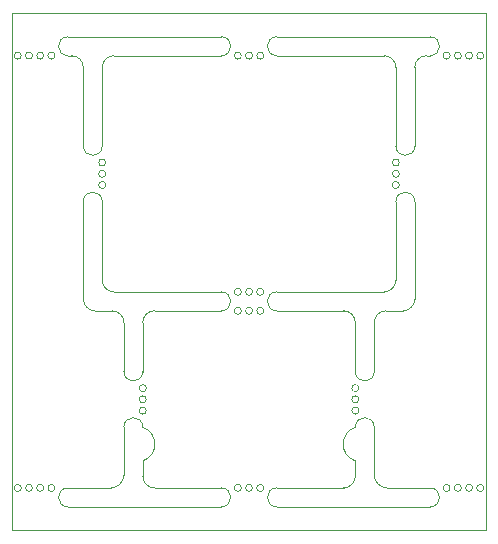
<source format=gm1>
%TF.GenerationSoftware,KiCad,Pcbnew,6.0.10-86aedd382b~118~ubuntu18.04.1*%
%TF.CreationDate,2023-06-08T12:44:12-07:00*%
%TF.ProjectId,1000027_V0,31303030-3032-4375-9f56-302e6b696361,rev?*%
%TF.SameCoordinates,Original*%
%TF.FileFunction,Profile,NP*%
%FSLAX46Y46*%
G04 Gerber Fmt 4.6, Leading zero omitted, Abs format (unit mm)*
G04 Created by KiCad (PCBNEW 6.0.10-86aedd382b~118~ubuntu18.04.1) date 2023-06-08 12:44:12*
%MOMM*%
%LPD*%
G01*
G04 APERTURE LIST*
%TA.AperFunction,Profile*%
%ADD10C,0.100000*%
%TD*%
G04 APERTURE END LIST*
D10*
X138847000Y-94472000D02*
G75*
G03*
X137847000Y-93472000I-1000000J0D01*
G01*
X138847000Y-98622000D02*
X138847000Y-94472000D01*
X150697000Y-108472000D02*
G75*
G03*
X150697000Y-108472000I-300000J0D01*
G01*
X151797000Y-108472000D02*
X157447000Y-108472000D01*
X140447000Y-103322000D02*
X140447000Y-103342195D01*
X169477000Y-68272000D02*
X169477000Y-112072000D01*
X151797000Y-108472000D02*
G75*
G03*
X151797000Y-110072000I0J-800000D01*
G01*
X134117000Y-71872000D02*
X134417000Y-71872000D01*
X131117000Y-71872000D02*
G75*
G03*
X131117000Y-71872000I-300000J0D01*
G01*
X134117000Y-70272000D02*
G75*
G03*
X134117000Y-71872000I0J-800000D01*
G01*
X151797000Y-70272000D02*
G75*
G03*
X151797000Y-71872000I0J-800000D01*
G01*
X161877000Y-72872000D02*
X161877000Y-79522000D01*
X167427000Y-71872000D02*
G75*
G03*
X167427000Y-71872000I-300000J0D01*
G01*
X132067000Y-108472000D02*
G75*
G03*
X132067000Y-108472000I-300000J0D01*
G01*
X140447000Y-107472000D02*
X140447000Y-106187805D01*
X166477000Y-71872000D02*
G75*
G03*
X166477000Y-71872000I-300000J0D01*
G01*
X137317000Y-80922000D02*
G75*
G03*
X137317000Y-80922000I-300000J0D01*
G01*
X168377000Y-71872000D02*
G75*
G03*
X168377000Y-71872000I-300000J0D01*
G01*
X148797000Y-91872000D02*
G75*
G03*
X148797000Y-91872000I-300000J0D01*
G01*
X161877000Y-84222000D02*
X161877000Y-90872000D01*
X168377000Y-108472000D02*
G75*
G03*
X168377000Y-108472000I-300000J0D01*
G01*
X140747000Y-100022000D02*
G75*
G03*
X140747000Y-100022000I-300000J0D01*
G01*
X148797000Y-71872000D02*
G75*
G03*
X148797000Y-71872000I-300000J0D01*
G01*
X137317000Y-82822000D02*
G75*
G03*
X137317000Y-82822000I-300000J0D01*
G01*
X137017000Y-90872000D02*
G75*
G03*
X138017000Y-91872000I1000000J0D01*
G01*
X151797000Y-91872000D02*
G75*
G03*
X151797000Y-93472000I0J-800000D01*
G01*
X141447000Y-108472000D02*
X147097000Y-108472000D01*
X129417000Y-112072000D02*
X169477000Y-112072000D01*
X151797000Y-70272000D02*
X164777000Y-70272000D01*
X147097000Y-110072000D02*
X134117000Y-110072000D01*
X160877000Y-71872000D02*
X151797000Y-71872000D01*
X140447000Y-106187805D02*
G75*
G03*
X140447000Y-103342195I-475000J1422805D01*
G01*
X151797000Y-110072000D02*
X164777000Y-110072000D01*
X157447000Y-108472000D02*
G75*
G03*
X158447000Y-107472000I0J1000000D01*
G01*
X135417000Y-79522000D02*
G75*
G03*
X137017000Y-79522000I800000J0D01*
G01*
X158447000Y-94472000D02*
G75*
G03*
X157447000Y-93472000I-1000000J0D01*
G01*
X138017000Y-71872000D02*
G75*
G03*
X137017000Y-72872000I0J-1000000D01*
G01*
X158747000Y-100022000D02*
G75*
G03*
X158747000Y-100022000I-300000J0D01*
G01*
X137017000Y-84222000D02*
X137017000Y-90872000D01*
X151797000Y-93472000D02*
X157447000Y-93472000D01*
X149747000Y-91872000D02*
G75*
G03*
X149747000Y-91872000I-300000J0D01*
G01*
X158747000Y-101922000D02*
G75*
G03*
X158747000Y-101922000I-300000J0D01*
G01*
X138017000Y-91872000D02*
X147097000Y-91872000D01*
X130167000Y-71872000D02*
G75*
G03*
X130167000Y-71872000I-300000J0D01*
G01*
X150697000Y-91872000D02*
G75*
G03*
X150697000Y-91872000I-300000J0D01*
G01*
X134117000Y-108472000D02*
G75*
G03*
X134117000Y-110072000I0J-800000D01*
G01*
X148797000Y-93472000D02*
G75*
G03*
X148797000Y-93472000I-300000J0D01*
G01*
X137742000Y-108472000D02*
X134117000Y-108472000D01*
X135417000Y-92472000D02*
G75*
G03*
X136417000Y-93472000I1000000J0D01*
G01*
X158447000Y-103322000D02*
X158447000Y-103342195D01*
X130167000Y-108472000D02*
G75*
G03*
X130167000Y-108472000I-300000J0D01*
G01*
X133017000Y-71872000D02*
G75*
G03*
X133017000Y-71872000I-300000J0D01*
G01*
X162477000Y-93472000D02*
G75*
G03*
X163477000Y-92472000I0J1000000D01*
G01*
X158447000Y-98622000D02*
G75*
G03*
X160047000Y-98622000I800000J0D01*
G01*
X136417000Y-93472000D02*
X137847000Y-93472000D01*
X162177000Y-80922000D02*
G75*
G03*
X162177000Y-80922000I-300000J0D01*
G01*
X131117000Y-108472000D02*
G75*
G03*
X131117000Y-108472000I-300000J0D01*
G01*
X160047000Y-107367000D02*
G75*
G03*
X161152000Y-108472000I1105000J0D01*
G01*
X161047000Y-93472000D02*
X162477000Y-93472000D01*
X160047000Y-103322000D02*
G75*
G03*
X158447000Y-103322000I-800000J0D01*
G01*
X161047000Y-93472000D02*
G75*
G03*
X160047000Y-94472000I0J-1000000D01*
G01*
X135417000Y-84222000D02*
X135417000Y-92472000D01*
X169327000Y-108472000D02*
G75*
G03*
X169327000Y-108472000I-300000J0D01*
G01*
X158747000Y-100972000D02*
G75*
G03*
X158747000Y-100972000I-300000J0D01*
G01*
X140447000Y-98622000D02*
X140447000Y-94472000D01*
X164477000Y-71872000D02*
G75*
G03*
X163477000Y-72872000I0J-1000000D01*
G01*
X163477000Y-79522000D02*
X163477000Y-72872000D01*
X149747000Y-71872000D02*
G75*
G03*
X149747000Y-71872000I-300000J0D01*
G01*
X169327000Y-71872000D02*
G75*
G03*
X169327000Y-71872000I-300000J0D01*
G01*
X140447000Y-103322000D02*
G75*
G03*
X138847000Y-103322000I-800000J0D01*
G01*
X147097000Y-110072000D02*
G75*
G03*
X147097000Y-108472000I0J800000D01*
G01*
X137317000Y-81872000D02*
G75*
G03*
X137317000Y-81872000I-300000J0D01*
G01*
X137017000Y-84222000D02*
G75*
G03*
X135417000Y-84222000I-800000J0D01*
G01*
X138017000Y-71872000D02*
X147097000Y-71872000D01*
X132067000Y-71872000D02*
G75*
G03*
X132067000Y-71872000I-300000J0D01*
G01*
X162177000Y-81872000D02*
G75*
G03*
X162177000Y-81872000I-300000J0D01*
G01*
X150697000Y-93472000D02*
G75*
G03*
X150697000Y-93472000I-300000J0D01*
G01*
X166477000Y-108472000D02*
G75*
G03*
X166477000Y-108472000I-300000J0D01*
G01*
X147097000Y-93472000D02*
G75*
G03*
X147097000Y-91872000I0J800000D01*
G01*
X164477000Y-71872000D02*
X164777000Y-71872000D01*
X141447000Y-93472000D02*
G75*
G03*
X140447000Y-94472000I0J-1000000D01*
G01*
X151797000Y-91872000D02*
X160877000Y-91872000D01*
X137742000Y-108472000D02*
G75*
G03*
X138847000Y-107367000I0J1105000D01*
G01*
X149747000Y-108472000D02*
G75*
G03*
X149747000Y-108472000I-300000J0D01*
G01*
X161152000Y-108472000D02*
X164777000Y-108472000D01*
X138847000Y-98622000D02*
G75*
G03*
X140447000Y-98622000I800000J0D01*
G01*
X161877000Y-72872000D02*
G75*
G03*
X160877000Y-71872000I-1000000J0D01*
G01*
X147097000Y-70272000D02*
X134117000Y-70272000D01*
X147097000Y-71872000D02*
G75*
G03*
X147097000Y-70272000I0J800000D01*
G01*
X161877000Y-79522000D02*
G75*
G03*
X163477000Y-79522000I800000J0D01*
G01*
X133017000Y-108472000D02*
G75*
G03*
X133017000Y-108472000I-300000J0D01*
G01*
X164777000Y-71872000D02*
G75*
G03*
X164777000Y-70272000I0J800000D01*
G01*
X135417000Y-72872000D02*
G75*
G03*
X134417000Y-71872000I-1000000J0D01*
G01*
X160877000Y-91872000D02*
G75*
G03*
X161877000Y-90872000I0J1000000D01*
G01*
X162177000Y-82822000D02*
G75*
G03*
X162177000Y-82822000I-300000J0D01*
G01*
X158447000Y-103342195D02*
G75*
G03*
X158447000Y-106187805I475000J-1422805D01*
G01*
X149747000Y-93472000D02*
G75*
G03*
X149747000Y-93472000I-300000J0D01*
G01*
X148797000Y-108472000D02*
G75*
G03*
X148797000Y-108472000I-300000J0D01*
G01*
X167427000Y-108472000D02*
G75*
G03*
X167427000Y-108472000I-300000J0D01*
G01*
X160047000Y-98622000D02*
X160047000Y-94472000D01*
X150697000Y-71872000D02*
G75*
G03*
X150697000Y-71872000I-300000J0D01*
G01*
X158447000Y-98622000D02*
X158447000Y-94472000D01*
X141447000Y-93472000D02*
X147097000Y-93472000D01*
X158447000Y-106187805D02*
X158447000Y-107472000D01*
X129417000Y-68272000D02*
X169477000Y-68272000D01*
X160047000Y-103322000D02*
X160047000Y-107367000D01*
X138847000Y-103322000D02*
X138847000Y-107367000D01*
X135417000Y-79522000D02*
X135417000Y-72872000D01*
X140747000Y-100972000D02*
G75*
G03*
X140747000Y-100972000I-300000J0D01*
G01*
X137017000Y-72872000D02*
X137017000Y-79522000D01*
X140447000Y-107472000D02*
G75*
G03*
X141447000Y-108472000I1000000J0D01*
G01*
X164777000Y-110072000D02*
G75*
G03*
X164777000Y-108472000I0J800000D01*
G01*
X163477000Y-84222000D02*
X163477000Y-92472000D01*
X163477000Y-84222000D02*
G75*
G03*
X161877000Y-84222000I-800000J0D01*
G01*
X140747000Y-101922000D02*
G75*
G03*
X140747000Y-101922000I-300000J0D01*
G01*
X129417000Y-68272000D02*
X129417000Y-112072000D01*
M02*

</source>
